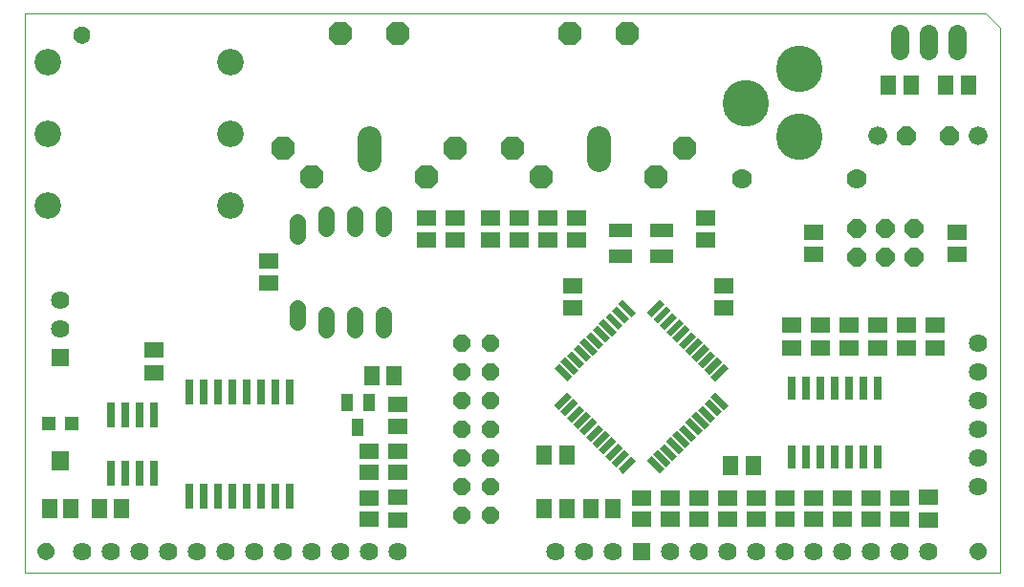
<source format=gts>
G04 This is an RS-274x file exported by *
G04 gerbv version 2.5.0 *
G04 More information is available about gerbv at *
G04 http://gerbv.gpleda.org/ *
G04 --End of header info--*
%MOIN*%
%FSLAX23Y23*%
%IPPOS*%
G04 --Define apertures--*
%ADD10C,0.0000*%
%ADD11C,0.0320*%
%ADD12R,0.0300X0.0840*%
%ADD13C,0.0640*%
%ADD14R,0.0670X0.0552*%
%ADD15C,0.1620*%
%ADD16C,0.0640*%
%ADD17C,0.0700*%
%AMMACRO18*
5,1,8,0.000000,0.000000,0.071438,22.500000*
%
%ADD18MACRO18*%
%ADD19C,0.0660*%
%ADD20R,0.0552X0.0670*%
%ADD21C,0.0926*%
%ADD22R,0.0276X0.0906*%
%ADD23R,0.0640X0.0640*%
%ADD24C,0.0560*%
%ADD25C,0.0820*%
%AMMACRO26*
5,1,8,0.000000,0.000000,0.088756,22.500000*
%
%ADD26MACRO26*%
%ADD27R,0.0631X0.0237*%
%ADD28R,0.0237X0.0631*%
%AMMACRO29*
5,1,8,0.000000,0.000000,0.069273,22.500000*
%
%ADD29MACRO29*%
%ADD30R,0.0788X0.0473*%
%AMMACRO31*
5,1,8,0.000000,0.000000,0.064943,22.500000*
%
%ADD31MACRO31*%
%ADD32R,0.0631X0.0670*%
%ADD33R,0.0512X0.0512*%
%ADD34R,0.0434X0.0591*%
G04 --Start main section--*
G54D10*
G01X00018Y00019D02*
G01X00018Y01969D01*
G01X00018Y01969D02*
G01X03368Y01969D01*
G01X03368Y01969D02*
G01X03418Y01919D01*
G01X03418Y01919D02*
G01X03418Y00019D01*
G01X03418Y00019D02*
G01X00018Y00019D01*
G54D11*
G01X00081Y00094D02*
G01X00081Y00096D01*
G01X00081Y00096D02*
G01X00082Y00098D01*
G01X00082Y00098D02*
G01X00082Y00100D01*
G01X00082Y00100D02*
G01X00084Y00102D01*
G01X00084Y00102D02*
G01X00085Y00103D01*
G01X00085Y00103D02*
G01X00087Y00105D01*
G01X00087Y00105D02*
G01X00089Y00106D01*
G01X00089Y00106D02*
G01X00091Y00106D01*
G01X00091Y00106D02*
G01X00093Y00106D01*
G01X00093Y00106D02*
G01X00095Y00106D01*
G01X00095Y00106D02*
G01X00098Y00106D01*
G01X00098Y00106D02*
G01X00099Y00105D01*
G01X00099Y00105D02*
G01X00101Y00103D01*
G01X00101Y00103D02*
G01X00103Y00102D01*
G01X00103Y00102D02*
G01X00104Y00100D01*
G01X00104Y00100D02*
G01X00105Y00098D01*
G01X00105Y00098D02*
G01X00106Y00096D01*
G01X00106Y00096D02*
G01X00106Y00094D01*
G01X00106Y00094D02*
G01X00106Y00092D01*
G01X00106Y00092D02*
G01X00105Y00090D01*
G01X00105Y00090D02*
G01X00104Y00088D01*
G01X00104Y00088D02*
G01X00103Y00086D01*
G01X00103Y00086D02*
G01X00101Y00084D01*
G01X00101Y00084D02*
G01X00100Y00083D01*
G01X00100Y00083D02*
G01X00098Y00082D01*
G01X00098Y00082D02*
G01X00095Y00082D01*
G01X00095Y00082D02*
G01X00093Y00081D01*
G01X00093Y00081D02*
G01X00091Y00082D01*
G01X00091Y00082D02*
G01X00089Y00082D01*
G01X00089Y00082D02*
G01X00087Y00083D01*
G01X00087Y00083D02*
G01X00085Y00084D01*
G01X00085Y00084D02*
G01X00084Y00086D01*
G01X00084Y00086D02*
G01X00082Y00088D01*
G01X00082Y00088D02*
G01X00082Y00090D01*
G01X00082Y00090D02*
G01X00081Y00092D01*
G01X00081Y00092D02*
G01X00081Y00094D01*
G01X00206Y01894D02*
G01X00206Y01896D01*
G01X00206Y01896D02*
G01X00207Y01898D01*
G01X00207Y01898D02*
G01X00207Y01900D01*
G01X00207Y01900D02*
G01X00209Y01902D01*
G01X00209Y01902D02*
G01X00210Y01903D01*
G01X00210Y01903D02*
G01X00212Y01905D01*
G01X00212Y01905D02*
G01X00214Y01906D01*
G01X00214Y01906D02*
G01X00216Y01906D01*
G01X00216Y01906D02*
G01X00218Y01906D01*
G01X00218Y01906D02*
G01X00220Y01906D01*
G01X00220Y01906D02*
G01X00223Y01906D01*
G01X00223Y01906D02*
G01X00224Y01905D01*
G01X00224Y01905D02*
G01X00226Y01903D01*
G01X00226Y01903D02*
G01X00228Y01902D01*
G01X00228Y01902D02*
G01X00229Y01900D01*
G01X00229Y01900D02*
G01X00230Y01898D01*
G01X00230Y01898D02*
G01X00231Y01896D01*
G01X00231Y01896D02*
G01X00231Y01894D01*
G01X00231Y01894D02*
G01X00231Y01892D01*
G01X00231Y01892D02*
G01X00230Y01890D01*
G01X00230Y01890D02*
G01X00229Y01888D01*
G01X00229Y01888D02*
G01X00228Y01886D01*
G01X00228Y01886D02*
G01X00226Y01884D01*
G01X00226Y01884D02*
G01X00225Y01883D01*
G01X00225Y01883D02*
G01X00223Y01882D01*
G01X00223Y01882D02*
G01X00220Y01882D01*
G01X00220Y01882D02*
G01X00218Y01881D01*
G01X00218Y01881D02*
G01X00216Y01882D01*
G01X00216Y01882D02*
G01X00214Y01882D01*
G01X00214Y01882D02*
G01X00212Y01883D01*
G01X00212Y01883D02*
G01X00210Y01884D01*
G01X00210Y01884D02*
G01X00209Y01886D01*
G01X00209Y01886D02*
G01X00207Y01888D01*
G01X00207Y01888D02*
G01X00207Y01890D01*
G01X00207Y01890D02*
G01X00206Y01892D01*
G01X00206Y01892D02*
G01X00206Y01894D01*
G01X03331Y00094D02*
G01X03331Y00096D01*
G01X03331Y00096D02*
G01X03332Y00098D01*
G01X03332Y00098D02*
G01X03332Y00100D01*
G01X03332Y00100D02*
G01X03334Y00102D01*
G01X03334Y00102D02*
G01X03335Y00103D01*
G01X03335Y00103D02*
G01X03337Y00105D01*
G01X03337Y00105D02*
G01X03339Y00106D01*
G01X03339Y00106D02*
G01X03341Y00106D01*
G01X03341Y00106D02*
G01X03343Y00106D01*
G01X03343Y00106D02*
G01X03345Y00106D01*
G01X03345Y00106D02*
G01X03348Y00106D01*
G01X03348Y00106D02*
G01X03349Y00105D01*
G01X03349Y00105D02*
G01X03351Y00103D01*
G01X03351Y00103D02*
G01X03353Y00102D01*
G01X03353Y00102D02*
G01X03354Y00100D01*
G01X03354Y00100D02*
G01X03355Y00098D01*
G01X03355Y00098D02*
G01X03356Y00096D01*
G01X03356Y00096D02*
G01X03356Y00094D01*
G01X03356Y00094D02*
G01X03356Y00092D01*
G01X03356Y00092D02*
G01X03355Y00090D01*
G01X03355Y00090D02*
G01X03354Y00088D01*
G01X03354Y00088D02*
G01X03353Y00086D01*
G01X03353Y00086D02*
G01X03351Y00084D01*
G01X03351Y00084D02*
G01X03350Y00083D01*
G01X03350Y00083D02*
G01X03348Y00082D01*
G01X03348Y00082D02*
G01X03345Y00082D01*
G01X03345Y00082D02*
G01X03343Y00081D01*
G01X03343Y00081D02*
G01X03341Y00082D01*
G01X03341Y00082D02*
G01X03339Y00082D01*
G01X03339Y00082D02*
G01X03337Y00083D01*
G01X03337Y00083D02*
G01X03335Y00084D01*
G01X03335Y00084D02*
G01X03334Y00086D01*
G01X03334Y00086D02*
G01X03332Y00088D01*
G01X03332Y00088D02*
G01X03332Y00090D01*
G01X03332Y00090D02*
G01X03331Y00092D01*
G01X03331Y00092D02*
G01X03331Y00094D01*
G54D12*
G01X02993Y00423D03*
G01X02943Y00423D03*
G01X02893Y00423D03*
G01X02843Y00423D03*
G01X02793Y00423D03*
G01X02743Y00423D03*
G01X02693Y00423D03*
G01X02693Y00665D03*
G01X02743Y00665D03*
G01X02793Y00665D03*
G01X02843Y00665D03*
G01X02893Y00665D03*
G01X02943Y00665D03*
G01X02993Y00665D03*
G54D13*
G01X03343Y00619D03*
G01X03343Y00719D03*
G01X03343Y00819D03*
G01X03343Y00519D03*
G01X03343Y00419D03*
G01X03343Y00319D03*
G01X03168Y00094D03*
G01X03068Y00094D03*
G01X02968Y00094D03*
G01X02868Y00094D03*
G01X02768Y00094D03*
G01X02668Y00094D03*
G01X02568Y00094D03*
G01X02468Y00094D03*
G01X02368Y00094D03*
G01X02268Y00094D03*
G01X02068Y00094D03*
G01X01968Y00094D03*
G01X01868Y00094D03*
G01X01318Y00094D03*
G01X01218Y00094D03*
G01X01118Y00094D03*
G01X01018Y00094D03*
G01X00918Y00094D03*
G01X00818Y00094D03*
G01X00718Y00094D03*
G01X00618Y00094D03*
G01X00518Y00094D03*
G01X00418Y00094D03*
G01X00318Y00094D03*
G01X00218Y00094D03*
G01X00143Y00869D03*
G01X00143Y00969D03*
G54D14*
G01X00468Y00796D03*
G01X00468Y00717D03*
G01X00868Y01031D03*
G01X00868Y01106D03*
G01X01418Y01181D03*
G01X01418Y01256D03*
G01X01518Y01256D03*
G01X01518Y01181D03*
G01X01643Y01181D03*
G01X01643Y01256D03*
G01X01743Y01256D03*
G01X01743Y01181D03*
G01X01843Y01181D03*
G01X01843Y01256D03*
G01X01943Y01258D03*
G01X01943Y01179D03*
G01X01931Y01021D03*
G01X01931Y00942D03*
G01X02393Y01179D03*
G01X02393Y01258D03*
G01X02768Y01206D03*
G01X02768Y01131D03*
G01X02456Y01021D03*
G01X02456Y00942D03*
G01X02693Y00883D03*
G01X02793Y00883D03*
G01X02893Y00883D03*
G01X02993Y00883D03*
G01X03093Y00883D03*
G01X03193Y00883D03*
G01X03193Y00804D03*
G01X03093Y00804D03*
G01X02993Y00804D03*
G01X02893Y00804D03*
G01X02793Y00804D03*
G01X02693Y00804D03*
G01X03268Y01129D03*
G01X03268Y01208D03*
G01X03168Y00283D03*
G01X03068Y00281D03*
G01X02968Y00281D03*
G01X02868Y00281D03*
G01X02768Y00281D03*
G01X02668Y00281D03*
G01X02568Y00281D03*
G01X02468Y00281D03*
G01X02368Y00281D03*
G01X02268Y00281D03*
G01X02168Y00281D03*
G01X02168Y00206D03*
G01X02268Y00206D03*
G01X02368Y00206D03*
G01X02468Y00206D03*
G01X02568Y00206D03*
G01X02668Y00206D03*
G01X02768Y00206D03*
G01X02868Y00206D03*
G01X02968Y00206D03*
G01X03068Y00206D03*
G01X03168Y00204D03*
G01X01318Y00204D03*
G01X01218Y00206D03*
G01X01218Y00281D03*
G01X01318Y00283D03*
G01X01318Y00369D03*
G01X01318Y00444D03*
G01X01218Y00444D03*
G01X01218Y00369D03*
G01X01318Y00531D03*
G01X01318Y00606D03*
G54D15*
G01X02718Y01539D03*
G01X02533Y01658D03*
G01X02718Y01776D03*
G54D16*
G01X03068Y01839D02*
G01X03068Y01899D01*
G01X03168Y01899D02*
G01X03168Y01839D01*
G01X03268Y01839D02*
G01X03268Y01899D01*
G54D17*
G01X02918Y01394D03*
G01X02518Y01394D03*
G54D18*
G01X03093Y01544D03*
G01X03243Y01544D03*
G54D19*
G01X03343Y01544D03*
G01X02993Y01544D03*
G54D20*
G01X03029Y01719D03*
G01X03108Y01719D03*
G01X03229Y01719D03*
G01X03308Y01719D03*
G01X01306Y00706D03*
G01X01231Y00706D03*
G01X01829Y00431D03*
G01X01908Y00431D03*
G01X01908Y00244D03*
G01X01829Y00244D03*
G01X01993Y00244D03*
G01X02068Y00244D03*
G01X02479Y00394D03*
G01X02558Y00394D03*
G01X00356Y00244D03*
G01X00281Y00244D03*
G01X00181Y00244D03*
G01X00106Y00244D03*
G54D21*
G01X00099Y01299D03*
G01X00099Y01549D03*
G01X00099Y01799D03*
G01X00737Y01799D03*
G01X00737Y01549D03*
G01X00737Y01299D03*
G54D22*
G01X00743Y00650D03*
G01X00693Y00650D03*
G01X00643Y00650D03*
G01X00593Y00650D03*
G01X00468Y00571D03*
G01X00418Y00571D03*
G01X00368Y00571D03*
G01X00318Y00571D03*
G01X00318Y00366D03*
G01X00368Y00366D03*
G01X00418Y00366D03*
G01X00468Y00366D03*
G01X00593Y00288D03*
G01X00643Y00288D03*
G01X00693Y00288D03*
G01X00743Y00288D03*
G01X00793Y00288D03*
G01X00843Y00288D03*
G01X00893Y00288D03*
G01X00943Y00288D03*
G01X00943Y00650D03*
G01X00893Y00650D03*
G01X00843Y00650D03*
G01X00793Y00650D03*
G54D23*
G01X00143Y00769D03*
G01X02168Y00094D03*
G54D24*
G01X01268Y00867D02*
G01X01268Y00919D01*
G01X01168Y00919D02*
G01X01168Y00867D01*
G01X01068Y00867D02*
G01X01068Y00919D01*
G01X00968Y00893D02*
G01X00968Y00945D01*
G01X00968Y01193D02*
G01X00968Y01245D01*
G01X01068Y01219D02*
G01X01068Y01271D01*
G01X01168Y01271D02*
G01X01168Y01219D01*
G01X01268Y01219D02*
G01X01268Y01271D01*
G54D25*
G01X01218Y01460D02*
G01X01218Y01538D01*
G01X02018Y01538D02*
G01X02018Y01460D01*
G54D26*
G01X01818Y01399D03*
G01X01718Y01499D03*
G01X01518Y01499D03*
G01X01418Y01399D03*
G01X01018Y01399D03*
G01X00918Y01499D03*
G01X01118Y01899D03*
G01X01318Y01899D03*
G01X01918Y01899D03*
G01X02118Y01899D03*
G01X02318Y01499D03*
G01X02218Y01399D03*
G54D27*
G36*
G01X02188Y00928D02*
G01X02232Y00972D01*
G01X02249Y00956D01*
G01X02204Y00911D01*
G01X02188Y00928D01*
G37*
G36*
G01X02210Y00905D02*
G01X02255Y00950D01*
G01X02271Y00933D01*
G01X02227Y00889D01*
G01X02210Y00905D01*
G37*
G36*
G01X02232Y00883D02*
G01X02277Y00928D01*
G01X02294Y00911D01*
G01X02249Y00866D01*
G01X02232Y00883D01*
G37*
G36*
G01X02255Y00861D02*
G01X02299Y00905D01*
G01X02316Y00889D01*
G01X02271Y00844D01*
G01X02255Y00861D01*
G37*
G36*
G01X02277Y00839D02*
G01X02321Y00883D01*
G01X02338Y00866D01*
G01X02294Y00822D01*
G01X02277Y00839D01*
G37*
G36*
G01X02299Y00816D02*
G01X02344Y00861D01*
G01X02360Y00844D01*
G01X02316Y00800D01*
G01X02299Y00816D01*
G37*
G36*
G01X02321Y00794D02*
G01X02366Y00839D01*
G01X02383Y00822D01*
G01X02338Y00777D01*
G01X02321Y00794D01*
G37*
G36*
G01X02344Y00772D02*
G01X02388Y00816D01*
G01X02405Y00800D01*
G01X02360Y00755D01*
G01X02344Y00772D01*
G37*
G36*
G01X02366Y00750D02*
G01X02410Y00794D01*
G01X02427Y00777D01*
G01X02383Y00733D01*
G01X02366Y00750D01*
G37*
G36*
G01X02388Y00727D02*
G01X02433Y00772D01*
G01X02449Y00755D01*
G01X02405Y00711D01*
G01X02388Y00727D01*
G37*
G36*
G01X02411Y00705D02*
G01X02455Y00750D01*
G01X02472Y00733D01*
G01X02427Y00688D01*
G01X02411Y00705D01*
G37*
G36*
G01X01998Y00471D02*
G01X02043Y00516D01*
G01X02060Y00499D01*
G01X02015Y00454D01*
G01X01998Y00471D01*
G37*
G36*
G01X01976Y00493D02*
G01X02021Y00538D01*
G01X02037Y00521D01*
G01X01993Y00477D01*
G01X01976Y00493D01*
G37*
G36*
G01X01954Y00516D02*
G01X01998Y00560D01*
G01X02015Y00544D01*
G01X01971Y00499D01*
G01X01954Y00516D01*
G37*
G36*
G01X01932Y00538D02*
G01X01976Y00582D01*
G01X01993Y00566D01*
G01X01948Y00521D01*
G01X01932Y00538D01*
G37*
G36*
G01X01909Y00560D02*
G01X01954Y00605D01*
G01X01971Y00588D01*
G01X01926Y00544D01*
G01X01909Y00560D01*
G37*
G36*
G01X01887Y00583D02*
G01X01932Y00627D01*
G01X01948Y00610D01*
G01X01904Y00566D01*
G01X01887Y00583D01*
G37*
G36*
G01X01865Y00605D02*
G01X01909Y00649D01*
G01X01926Y00633D01*
G01X01882Y00588D01*
G01X01865Y00605D01*
G37*
G36*
G01X02021Y00449D02*
G01X02065Y00493D01*
G01X02082Y00477D01*
G01X02037Y00432D01*
G01X02021Y00449D01*
G37*
G36*
G01X02043Y00427D02*
G01X02088Y00471D01*
G01X02104Y00454D01*
G01X02060Y00410D01*
G01X02043Y00427D01*
G37*
G36*
G01X02065Y00404D02*
G01X02110Y00449D01*
G01X02127Y00432D01*
G01X02082Y00388D01*
G01X02065Y00404D01*
G37*
G36*
G01X02088Y00382D02*
G01X02132Y00427D01*
G01X02149Y00410D01*
G01X02104Y00365D01*
G01X02088Y00382D01*
G37*
G54D28*
G36*
G01X02188Y00410D02*
G01X02204Y00427D01*
G01X02249Y00382D01*
G01X02232Y00365D01*
G01X02188Y00410D01*
G37*
G36*
G01X02210Y00432D02*
G01X02227Y00449D01*
G01X02271Y00404D01*
G01X02255Y00388D01*
G01X02210Y00432D01*
G37*
G36*
G01X02232Y00454D02*
G01X02249Y00471D01*
G01X02294Y00427D01*
G01X02277Y00410D01*
G01X02232Y00454D01*
G37*
G36*
G01X02255Y00477D02*
G01X02271Y00493D01*
G01X02316Y00449D01*
G01X02299Y00432D01*
G01X02255Y00477D01*
G37*
G36*
G01X02277Y00499D02*
G01X02294Y00516D01*
G01X02338Y00471D01*
G01X02321Y00454D01*
G01X02277Y00499D01*
G37*
G36*
G01X02299Y00521D02*
G01X02316Y00538D01*
G01X02360Y00493D01*
G01X02344Y00477D01*
G01X02299Y00521D01*
G37*
G36*
G01X02321Y00544D02*
G01X02338Y00560D01*
G01X02383Y00516D01*
G01X02366Y00499D01*
G01X02321Y00544D01*
G37*
G36*
G01X02344Y00566D02*
G01X02360Y00582D01*
G01X02405Y00538D01*
G01X02388Y00521D01*
G01X02344Y00566D01*
G37*
G36*
G01X02366Y00588D02*
G01X02383Y00605D01*
G01X02427Y00560D01*
G01X02410Y00544D01*
G01X02366Y00588D01*
G37*
G36*
G01X02388Y00610D02*
G01X02405Y00627D01*
G01X02449Y00583D01*
G01X02433Y00566D01*
G01X02388Y00610D01*
G37*
G36*
G01X02411Y00633D02*
G01X02427Y00649D01*
G01X02472Y00605D01*
G01X02455Y00588D01*
G01X02411Y00633D01*
G37*
G36*
G01X01998Y00866D02*
G01X02015Y00883D01*
G01X02060Y00839D01*
G01X02043Y00822D01*
G01X01998Y00866D01*
G37*
G36*
G01X02021Y00889D02*
G01X02037Y00905D01*
G01X02082Y00861D01*
G01X02065Y00844D01*
G01X02021Y00889D01*
G37*
G36*
G01X02043Y00911D02*
G01X02060Y00928D01*
G01X02104Y00883D01*
G01X02088Y00866D01*
G01X02043Y00911D01*
G37*
G36*
G01X02065Y00933D02*
G01X02082Y00950D01*
G01X02127Y00905D01*
G01X02110Y00889D01*
G01X02065Y00933D01*
G37*
G36*
G01X02088Y00956D02*
G01X02104Y00972D01*
G01X02149Y00928D01*
G01X02132Y00911D01*
G01X02088Y00956D01*
G37*
G36*
G01X01976Y00844D02*
G01X01993Y00861D01*
G01X02037Y00816D01*
G01X02021Y00800D01*
G01X01976Y00844D01*
G37*
G36*
G01X01954Y00822D02*
G01X01971Y00839D01*
G01X02015Y00794D01*
G01X01998Y00777D01*
G01X01954Y00822D01*
G37*
G36*
G01X01932Y00800D02*
G01X01948Y00816D01*
G01X01993Y00772D01*
G01X01976Y00755D01*
G01X01932Y00800D01*
G37*
G36*
G01X01909Y00777D02*
G01X01926Y00794D01*
G01X01971Y00750D01*
G01X01954Y00733D01*
G01X01909Y00777D01*
G37*
G36*
G01X01887Y00755D02*
G01X01904Y00772D01*
G01X01948Y00727D01*
G01X01932Y00711D01*
G01X01887Y00755D01*
G37*
G36*
G01X01865Y00733D02*
G01X01882Y00750D01*
G01X01926Y00705D01*
G01X01909Y00688D01*
G01X01865Y00733D01*
G37*
G54D29*
G01X02918Y01119D03*
G01X03018Y01119D03*
G01X03118Y01119D03*
G01X03118Y01219D03*
G01X03018Y01219D03*
G01X02918Y01219D03*
G54D30*
G01X02241Y01214D03*
G01X02241Y01124D03*
G01X02095Y01124D03*
G01X02095Y01214D03*
G54D31*
G01X01643Y00819D03*
G01X01543Y00819D03*
G01X01543Y00719D03*
G01X01643Y00719D03*
G01X01643Y00619D03*
G01X01543Y00619D03*
G01X01543Y00519D03*
G01X01643Y00519D03*
G01X01643Y00419D03*
G01X01543Y00419D03*
G01X01543Y00319D03*
G01X01643Y00319D03*
G01X01643Y00219D03*
G01X01543Y00219D03*
G54D32*
G01X00143Y00410D03*
G54D33*
G01X00104Y00541D03*
G01X00183Y00541D03*
G54D34*
G01X01143Y00612D03*
G01X01218Y00612D03*
G01X01181Y00526D03*
M02*

</source>
